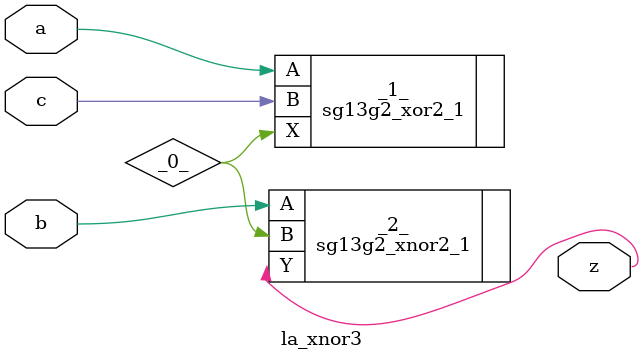
<source format=v>

/* Generated by Yosys 0.44 (git sha1 80ba43d26, g++ 11.4.0-1ubuntu1~22.04 -fPIC -O3) */

(* top =  1  *)
(* src = "generated" *)
(* keep_hierarchy *)
module la_xnor3 (
    a,
    b,
    c,
    z
);
  wire _0_;
  (* src = "generated" *)
  input a;
  wire a;
  (* src = "generated" *)
  input b;
  wire b;
  (* src = "generated" *)
  input c;
  wire c;
  (* src = "generated" *)
  output z;
  wire z;
  sg13g2_xor2_1 _1_ (
      .A(a),
      .B(c),
      .X(_0_)
  );
  sg13g2_xnor2_1 _2_ (
      .A(b),
      .B(_0_),
      .Y(z)
  );
endmodule

</source>
